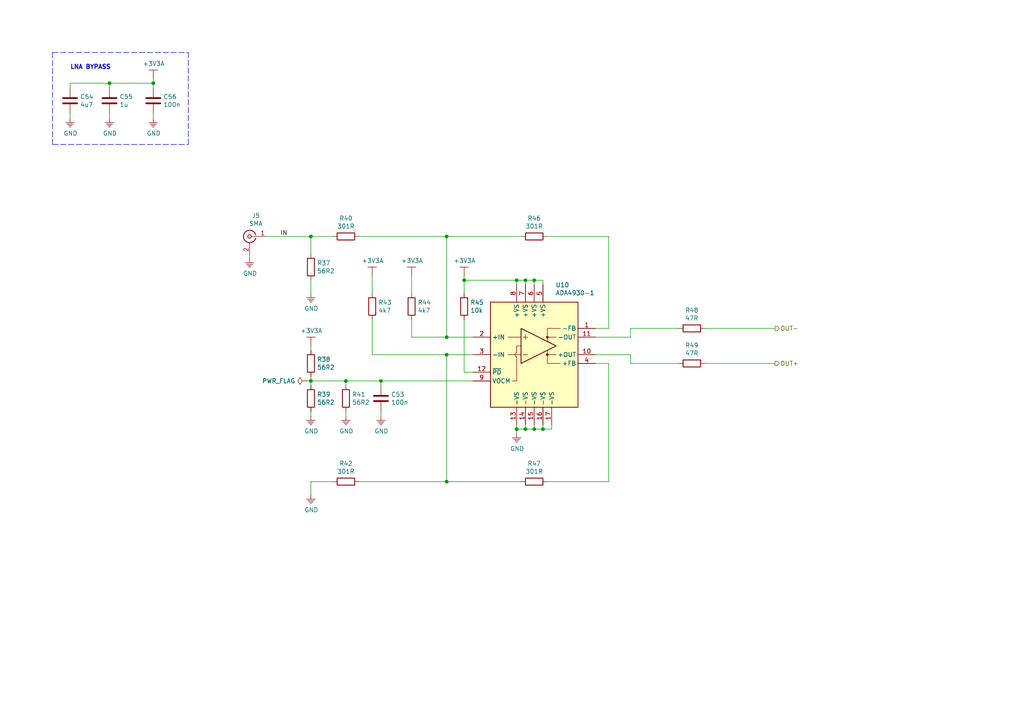
<source format=kicad_sch>
(kicad_sch (version 20200618) (host eeschema "5.99.0-unknown-f420396~101~ubuntu18.04.1")
  (page 1 8)
  (paper "A4")
  (title_block (title "Digitizer 10b 105 MSPS with FPGA") (date "2020-03-09") (rev "1.0") (company "Jan Vykydal") (comment 1 "input 2VPP") (comment 2 "figure 50"))
  (lib_symbols
    (symbol "Connector:Conn_Coaxial" (pin_names hide)
      (property "Reference" "J" (at 0.254 3.048 0))
      (property "Value" "Conn_Coaxial" (at 2.921 0 90))
      (symbol "Conn_Coaxial_0_1"
        (arc (start -1.778 0.508) (end 1.778 0) (radius (at -0.0508 0) (length 1.8034) (angles 163.6 0)) (stroke (width 0.254)))
        (arc (start 1.778 0) (end -1.778 -0.508) (radius (at -0.0254 0) (length 1.8034) (angles 0 -163.8)) (stroke (width 0.254)))
        (circle (center 0 0) (radius 0.508) (stroke (width 0.2032)))
        (polyline (pts (xy -2.54 0) (xy -0.508 0)))
        (polyline (pts (xy 0 -2.54) (xy 0 -1.778)))
      )
      (symbol "Conn_Coaxial_1_1"
        (pin passive line (at -5.08 0 0) (length 2.54) (name "In") (number "1"))
        (pin passive line (at 0 -5.08 90) (length 2.54) (name "Ext") (number "2"))
      )
    )
    (symbol "Device:C" (pin_numbers hide) (pin_names (offset 0.254))
      (property "Reference" "C" (at 0.635 2.54 0))
      (property "Value" "C" (at 0.635 -2.54 0))
      (symbol "C_0_1"
        (polyline (pts (xy -2.032 -0.762) (xy 2.032 -0.762)) (stroke (width 0.508)))
        (polyline (pts (xy -2.032 0.762) (xy 2.032 0.762)) (stroke (width 0.508)))
      )
      (symbol "C_1_1"
        (pin passive line (at 0 3.81 270) (length 2.794) (name "~") (number "1"))
        (pin passive line (at 0 -3.81 90) (length 2.794) (name "~") (number "2"))
      )
    )
    (symbol "Device:R" (pin_numbers hide) (pin_names (offset 0))
      (property "Reference" "R" (at 2.032 0 90))
      (property "Value" "R" (at 0 0 90))
      (symbol "R_0_1"
        (rectangle (start -1.016 -2.54) (end 1.016 2.54) (stroke (width 0.254)))
      )
      (symbol "R_1_1"
        (pin passive line (at 0 3.81 270) (length 1.27) (name "~") (number "1"))
        (pin passive line (at 0 -3.81 90) (length 1.27) (name "~") (number "2"))
      )
    )
    (symbol "KLIB_Amplifier:ADA4930-1" (pin_names (offset 0.508))
      (property "Reference" "U" (at 15.24 -7.62 0))
      (property "Value" "ADA4930-1" (at 20.32 -10.16 0))
      (symbol "ADA4930-1_0_1"
        (arc (start -5.08 0.635) (end -5.08 -0.635) (radius (at -4.9022 0) (length 0.6604) (angles 105.6 -105.6)))
        (circle (center 3.81 0) (radius 0.254) (stroke (width 0.254)) (fill (type outline)))
        (circle (center 3.81 5.08) (radius 0.254) (stroke (width 0.254)) (fill (type outline)))
        (rectangle (start -12.7 15.24) (end 12.7 -15.24) (stroke (width 0.254)) (fill (type background)))
        (polyline (pts (xy -3.81 0) (xy -7.62 0)))
        (polyline (pts (xy -3.81 5.08) (xy -7.62 5.08)))
        (polyline (pts (xy -3.175 0) (xy -1.905 0)))
        (polyline (pts (xy -3.175 5.08) (xy -1.905 5.08)))
        (polyline (pts (xy -2.54 5.715) (xy -2.54 4.445)))
        (polyline (pts (xy 3.81 0) (xy 6.35 0)))
        (polyline (pts (xy 3.81 5.08) (xy 6.35 5.08)))
        (polyline (pts (xy -5.08 -0.635) (xy -5.08 -7.62) (xy -6.35 -7.62)))
        (polyline (pts (xy -3.81 2.54) (xy -5.08 2.54) (xy -5.08 0.635)))
        (polyline (pts (xy 3.81 1.27) (xy 3.81 -2.54) (xy 7.62 -2.54)))
        (polyline (pts (xy 3.81 3.81) (xy 3.81 7.62) (xy 7.62 7.62)))
        (polyline (pts (xy -3.81 -2.54) (xy -3.81 7.62) (xy 6.35 2.54) (xy -3.81 -2.54)) (stroke (width 0.254)))
        (pin power_in line (at 5.08 -20.32 90) (length 5.08) (name "-VS") (number "17"))
      )
      (symbol "ADA4930-1_1_1"
        (pin output line (at 17.78 7.62 180) (length 5.08) (name "-FB") (number "1"))
        (pin output line (at 17.78 0 180) (length 5.08) (name "+OUT") (number "10"))
        (pin output line (at 17.78 5.08 180) (length 5.08) (name "-OUT") (number "11"))
        (pin input line (at -17.78 -5.08 0) (length 5.08) (name "~PD") (number "12"))
        (pin power_in line (at -5.08 -20.32 90) (length 5.08) (name "-VS") (number "13"))
        (pin power_in line (at -2.54 -20.32 90) (length 5.08) (name "-VS") (number "14"))
        (pin power_in line (at 0 -20.32 90) (length 5.08) (name "-VS") (number "15"))
        (pin power_in line (at 2.54 -20.32 90) (length 5.08) (name "-VS") (number "16"))
        (pin input line (at -17.78 5.08 0) (length 5.08) (name "+IN") (number "2"))
        (pin input line (at -17.78 0 0) (length 5.08) (name "-IN") (number "3"))
        (pin output line (at 17.78 -2.54 180) (length 5.08) (name "+FB") (number "4"))
        (pin power_in line (at 2.54 20.32 270) (length 5.08) (name "+VS") (number "5"))
        (pin power_in line (at 0 20.32 270) (length 5.08) (name "+VS") (number "6"))
        (pin power_in line (at -2.54 20.32 270) (length 5.08) (name "+VS") (number "7"))
        (pin power_in line (at -5.08 20.32 270) (length 5.08) (name "+VS") (number "8"))
        (pin power_in line (at -17.78 -7.62 0) (length 5.08) (name "VOCM") (number "9"))
      )
    )
    (symbol "KLIB_Power:+3V3A" (power) (pin_names (offset 0))
      (property "Value" "+3V3A" (at 0 3.81 0))
      (symbol "+3V3A_0_1"
        (polyline (pts (xy -1.27 2.54) (xy 0 2.54)))
        (polyline (pts (xy 0 0) (xy 0 2.54)))
        (polyline (pts (xy 0 2.54) (xy 1.27 2.54)))
      )
      (symbol "+3V3A_1_1"
        (pin power_in line (at 0 0 90) (length 0) hide (name "+3V3A") (number "1"))
      )
    )
    (symbol "KLIB_Power:GND" (power) (pin_names (offset 0))
      (property "Value" "GND" (at 0 -3.556 0))
      (symbol "GND_0_1"
        (polyline (pts (xy -0.9144 -1.7272) (xy 0.9144 -1.7272)))
        (polyline (pts (xy -0.5588 -2.1336) (xy 0.5588 -2.1336)))
        (polyline (pts (xy -0.254 -2.54) (xy 0.254 -2.54)))
        (polyline (pts (xy 0 -1.27) (xy 0 0)))
        (polyline (pts (xy 1.27 -1.27) (xy -1.27 -1.27)))
      )
      (symbol "GND_1_1"
        (pin power_in line (at 0 0 270) (length 0) hide (name "GND") (number "1"))
      )
    )
    (symbol "KLIB_Power:PWR_FLAG" (power) (pin_numbers hide) (pin_names (offset 0) hide)
      (property "Value" "PWR_FLAG" (at 0 3.81 0))
      (symbol "PWR_FLAG_0_1"
        (polyline (pts (xy 0 0) (xy 0 1.27) (xy -1.016 1.905) (xy 0 2.54) (xy 1.016 1.905) (xy 0 1.27)))
      )
      (symbol "PWR_FLAG_0_0"
        (pin power_out line (at 0 0 90) (length 0) (name "pwr") (number "1"))
      )
    )
  )
  (junction (at 31.75 24.13))
  (junction (at 44.45 24.13))
  (junction (at 90.17 68.58))
  (junction (at 90.17 110.49))
  (junction (at 100.33 110.49))
  (junction (at 110.49 110.49))
  (junction (at 129.54 68.58))
  (junction (at 129.54 97.79))
  (junction (at 129.54 102.87))
  (junction (at 129.54 139.7))
  (junction (at 134.62 81.28))
  (junction (at 149.86 81.28))
  (junction (at 149.86 124.46))
  (junction (at 152.4 81.28))
  (junction (at 152.4 124.46))
  (junction (at 154.94 81.28))
  (junction (at 154.94 124.46))
  (junction (at 157.48 124.46))
  (wire (pts (xy 20.32 24.13) (xy 20.32 25.4)))
  (wire (pts (xy 20.32 24.13) (xy 31.75 24.13)))
  (wire (pts (xy 20.32 33.02) (xy 20.32 34.29)))
  (wire (pts (xy 31.75 24.13) (xy 31.75 25.4)))
  (wire (pts (xy 31.75 24.13) (xy 44.45 24.13)))
  (wire (pts (xy 31.75 33.02) (xy 31.75 34.29)))
  (wire (pts (xy 44.45 24.13) (xy 44.45 22.86)))
  (wire (pts (xy 44.45 24.13) (xy 44.45 25.4)))
  (wire (pts (xy 44.45 33.02) (xy 44.45 34.29)))
  (wire (pts (xy 72.39 74.93) (xy 72.39 73.66)))
  (wire (pts (xy 88.9 110.49) (xy 90.17 110.49)))
  (wire (pts (xy 90.17 68.58) (xy 77.47 68.58)))
  (wire (pts (xy 90.17 68.58) (xy 90.17 73.66)))
  (wire (pts (xy 90.17 81.28) (xy 90.17 85.09)))
  (wire (pts (xy 90.17 101.6) (xy 90.17 100.33)))
  (wire (pts (xy 90.17 110.49) (xy 90.17 109.22)))
  (wire (pts (xy 90.17 110.49) (xy 100.33 110.49)))
  (wire (pts (xy 90.17 111.76) (xy 90.17 110.49)))
  (wire (pts (xy 90.17 120.65) (xy 90.17 119.38)))
  (wire (pts (xy 90.17 139.7) (xy 96.52 139.7)))
  (wire (pts (xy 90.17 143.51) (xy 90.17 139.7)))
  (wire (pts (xy 96.52 68.58) (xy 90.17 68.58)))
  (wire (pts (xy 100.33 110.49) (xy 100.33 111.76)))
  (wire (pts (xy 100.33 110.49) (xy 110.49 110.49)))
  (wire (pts (xy 100.33 120.65) (xy 100.33 119.38)))
  (wire (pts (xy 104.14 68.58) (xy 129.54 68.58)))
  (wire (pts (xy 104.14 139.7) (xy 129.54 139.7)))
  (wire (pts (xy 107.95 85.09) (xy 107.95 80.01)))
  (wire (pts (xy 107.95 92.71) (xy 107.95 102.87)))
  (wire (pts (xy 107.95 102.87) (xy 129.54 102.87)))
  (wire (pts (xy 110.49 110.49) (xy 137.16 110.49)))
  (wire (pts (xy 110.49 111.76) (xy 110.49 110.49)))
  (wire (pts (xy 110.49 120.65) (xy 110.49 119.38)))
  (wire (pts (xy 119.38 80.01) (xy 119.38 85.09)))
  (wire (pts (xy 119.38 92.71) (xy 119.38 97.79)))
  (wire (pts (xy 119.38 97.79) (xy 129.54 97.79)))
  (wire (pts (xy 129.54 68.58) (xy 151.13 68.58)))
  (wire (pts (xy 129.54 97.79) (xy 129.54 68.58)))
  (wire (pts (xy 129.54 102.87) (xy 129.54 139.7)))
  (wire (pts (xy 129.54 102.87) (xy 137.16 102.87)))
  (wire (pts (xy 129.54 139.7) (xy 151.13 139.7)))
  (wire (pts (xy 134.62 80.01) (xy 134.62 81.28)))
  (wire (pts (xy 134.62 81.28) (xy 149.86 81.28)))
  (wire (pts (xy 134.62 85.09) (xy 134.62 81.28)))
  (wire (pts (xy 134.62 92.71) (xy 134.62 107.95)))
  (wire (pts (xy 137.16 97.79) (xy 129.54 97.79)))
  (wire (pts (xy 137.16 107.95) (xy 134.62 107.95)))
  (wire (pts (xy 149.86 81.28) (xy 152.4 81.28)))
  (wire (pts (xy 149.86 82.55) (xy 149.86 81.28)))
  (wire (pts (xy 149.86 124.46) (xy 149.86 123.19)))
  (wire (pts (xy 149.86 124.46) (xy 152.4 124.46)))
  (wire (pts (xy 149.86 125.73) (xy 149.86 124.46)))
  (wire (pts (xy 152.4 81.28) (xy 154.94 81.28)))
  (wire (pts (xy 152.4 82.55) (xy 152.4 81.28)))
  (wire (pts (xy 152.4 123.19) (xy 152.4 124.46)))
  (wire (pts (xy 152.4 124.46) (xy 154.94 124.46)))
  (wire (pts (xy 154.94 81.28) (xy 157.48 81.28)))
  (wire (pts (xy 154.94 82.55) (xy 154.94 81.28)))
  (wire (pts (xy 154.94 123.19) (xy 154.94 124.46)))
  (wire (pts (xy 154.94 124.46) (xy 157.48 124.46)))
  (wire (pts (xy 157.48 81.28) (xy 157.48 82.55)))
  (wire (pts (xy 157.48 123.19) (xy 157.48 124.46)))
  (wire (pts (xy 157.48 124.46) (xy 160.02 124.46)))
  (wire (pts (xy 160.02 124.46) (xy 160.02 123.19)))
  (wire (pts (xy 172.72 95.25) (xy 176.53 95.25)))
  (wire (pts (xy 172.72 97.79) (xy 182.88 97.79)))
  (wire (pts (xy 172.72 102.87) (xy 182.88 102.87)))
  (wire (pts (xy 172.72 105.41) (xy 176.53 105.41)))
  (wire (pts (xy 176.53 68.58) (xy 158.75 68.58)))
  (wire (pts (xy 176.53 95.25) (xy 176.53 68.58)))
  (wire (pts (xy 176.53 105.41) (xy 176.53 139.7)))
  (wire (pts (xy 176.53 139.7) (xy 158.75 139.7)))
  (wire (pts (xy 182.88 95.25) (xy 196.85 95.25)))
  (wire (pts (xy 182.88 97.79) (xy 182.88 95.25)))
  (wire (pts (xy 182.88 102.87) (xy 182.88 105.41)))
  (wire (pts (xy 182.88 105.41) (xy 196.85 105.41)))
  (wire (pts (xy 204.47 95.25) (xy 224.79 95.25)))
  (wire (pts (xy 204.47 105.41) (xy 224.79 105.41)))
  (polyline (pts (xy 15.24 15.24) (xy 15.24 41.91)) (stroke (width 0) (type dash)))
  (polyline (pts (xy 15.24 15.24) (xy 54.61 15.24)) (stroke (width 0) (type dash)))
  (polyline (pts (xy 15.24 41.91) (xy 54.61 41.91)) (stroke (width 0) (type dash)))
  (polyline (pts (xy 54.61 41.91) (xy 54.61 15.24)) (stroke (width 0) (type dash)))
  (text "LNA BYPASS" (at 20.32 20.32 0) (effects (font (size 1.27 1.27) (thickness 0.254) bold) (justify left bottom)))
  (label "IN" (at 81.28 68.58 0))
  (hierarchical_label "OUT-" (shape output) (at 224.79 95.25 0))
  (hierarchical_label "OUT+" (shape output) (at 224.79 105.41 0))
  (symbol (lib_id "KLIB_Power:PWR_FLAG") (at 88.9 110.49 90) (unit 1)
    (property "Reference" "#FLG06" (effects hide))
    (property "Value" "PWR_FLAG" (at 85.6742 110.49 90) (effects (justify left)))
  )
  (symbol (lib_id "KLIB_Power:GND") (at 20.32 34.29 0) (unit 1)
    (property "Reference" "#PWR0122" (effects hide))
    (property "Value" "GND" (at 20.447 38.6842 0))
  )
  (symbol (lib_id "KLIB_Power:GND") (at 31.75 34.29 0) (unit 1)
    (property "Reference" "#PWR0123" (effects hide))
    (property "Value" "GND" (at 31.877 38.6842 0))
  )
  (symbol (lib_id "KLIB_Power:+3V3A") (at 44.45 22.86 0) (unit 1)
    (property "Reference" "#PWR0124" (effects hide))
    (property "Value" "+3V3A" (at 44.577 18.4658 0))
  )
  (symbol (lib_id "KLIB_Power:GND") (at 44.45 34.29 0) (unit 1)
    (property "Reference" "#PWR0125" (effects hide))
    (property "Value" "GND" (at 44.577 38.6842 0))
  )
  (symbol (lib_id "KLIB_Power:GND") (at 72.39 74.93 0) (unit 1)
    (property "Reference" "#PWR0111" (effects hide))
    (property "Value" "GND" (at 72.517 79.3242 0))
  )
  (symbol (lib_id "KLIB_Power:GND") (at 90.17 85.09 0) (unit 1)
    (property "Reference" "#PWR0112" (effects hide))
    (property "Value" "GND" (at 90.297 89.4842 0))
  )
  (symbol (lib_id "KLIB_Power:+3V3A") (at 90.17 100.33 0) (unit 1)
    (property "Reference" "#PWR0113" (effects hide))
    (property "Value" "+3V3A" (at 90.297 95.9358 0))
  )
  (symbol (lib_id "KLIB_Power:GND") (at 90.17 120.65 0) (unit 1)
    (property "Reference" "#PWR0114" (effects hide))
    (property "Value" "GND" (at 90.297 125.0442 0))
  )
  (symbol (lib_id "KLIB_Power:GND") (at 90.17 143.51 0) (unit 1)
    (property "Reference" "#PWR0115" (effects hide))
    (property "Value" "GND" (at 90.297 147.9042 0))
  )
  (symbol (lib_id "KLIB_Power:GND") (at 100.33 120.65 0) (unit 1)
    (property "Reference" "#PWR0116" (effects hide))
    (property "Value" "GND" (at 100.457 125.0442 0))
  )
  (symbol (lib_id "KLIB_Power:+3V3A") (at 107.95 80.01 0) (unit 1)
    (property "Reference" "#PWR0117" (effects hide))
    (property "Value" "+3V3A" (at 108.077 75.6158 0))
  )
  (symbol (lib_id "KLIB_Power:GND") (at 110.49 120.65 0) (unit 1)
    (property "Reference" "#PWR0118" (effects hide))
    (property "Value" "GND" (at 110.617 125.0442 0))
  )
  (symbol (lib_id "KLIB_Power:+3V3A") (at 119.38 80.01 0) (unit 1)
    (property "Reference" "#PWR0119" (effects hide))
    (property "Value" "+3V3A" (at 119.507 75.6158 0))
  )
  (symbol (lib_id "KLIB_Power:+3V3A") (at 134.62 80.01 0) (unit 1)
    (property "Reference" "#PWR0120" (effects hide))
    (property "Value" "+3V3A" (at 134.747 75.6158 0))
  )
  (symbol (lib_id "KLIB_Power:GND") (at 149.86 125.73 0) (unit 1)
    (property "Reference" "#PWR0121" (effects hide))
    (property "Value" "GND" (at 149.987 130.1242 0))
  )
  (symbol (lib_id "Device:R") (at 90.17 77.47 0) (unit 1)
    (property "Reference" "R37" (at 91.948 76.3016 0) (effects (justify left)))
    (property "Value" "56R2" (at 91.948 78.613 0) (effects (justify left)))
    (property "Footprint" "Resistor_SMD:R_0603_1608Metric" (effects hide))
  )
  (symbol (lib_id "Device:R") (at 90.17 105.41 0) (unit 1)
    (property "Reference" "R38" (at 91.948 104.2416 0) (effects (justify left)))
    (property "Value" "56R2" (at 91.948 106.553 0) (effects (justify left)))
    (property "Footprint" "Resistor_SMD:R_0603_1608Metric" (effects hide))
  )
  (symbol (lib_id "Device:R") (at 90.17 115.57 0) (unit 1)
    (property "Reference" "R39" (at 91.948 114.4016 0) (effects (justify left)))
    (property "Value" "56R2" (at 91.948 116.713 0) (effects (justify left)))
    (property "Footprint" "Resistor_SMD:R_0603_1608Metric" (effects hide))
  )
  (symbol (lib_id "Device:R") (at 100.33 68.58 270) (unit 1)
    (property "Reference" "R40" (at 100.33 63.3222 90))
    (property "Value" "301R" (at 100.33 65.6336 90))
    (property "Footprint" "Resistor_SMD:R_0603_1608Metric" (effects hide))
  )
  (symbol (lib_id "Device:R") (at 100.33 115.57 0) (unit 1)
    (property "Reference" "R41" (at 102.108 114.4016 0) (effects (justify left)))
    (property "Value" "56R2" (at 102.108 116.713 0) (effects (justify left)))
    (property "Footprint" "Resistor_SMD:R_0603_1608Metric" (effects hide))
  )
  (symbol (lib_id "Device:R") (at 100.33 139.7 270) (unit 1)
    (property "Reference" "R42" (at 100.33 134.4422 90))
    (property "Value" "301R" (at 100.33 136.7536 90))
    (property "Footprint" "Resistor_SMD:R_0603_1608Metric" (effects hide))
  )
  (symbol (lib_id "Device:R") (at 107.95 88.9 0) (unit 1)
    (property "Reference" "R43" (at 109.728 87.7316 0) (effects (justify left)))
    (property "Value" "4k7" (at 109.728 90.043 0) (effects (justify left)))
    (property "Footprint" "Resistor_SMD:R_0603_1608Metric" (effects hide))
  )
  (symbol (lib_id "Device:R") (at 119.38 88.9 0) (unit 1)
    (property "Reference" "R44" (at 121.158 87.7316 0) (effects (justify left)))
    (property "Value" "4k7" (at 121.158 90.043 0) (effects (justify left)))
    (property "Footprint" "Resistor_SMD:R_0603_1608Metric" (effects hide))
  )
  (symbol (lib_id "Device:R") (at 134.62 88.9 0) (unit 1)
    (property "Reference" "R45" (at 136.398 87.7316 0) (effects (justify left)))
    (property "Value" "10k" (at 136.398 90.043 0) (effects (justify left)))
    (property "Footprint" "Resistor_SMD:R_0603_1608Metric" (effects hide))
  )
  (symbol (lib_id "Device:R") (at 154.94 68.58 270) (unit 1)
    (property "Reference" "R46" (at 154.94 63.3222 90))
    (property "Value" "301R" (at 154.94 65.6336 90))
    (property "Footprint" "Resistor_SMD:R_0603_1608Metric" (effects hide))
  )
  (symbol (lib_id "Device:R") (at 154.94 139.7 270) (unit 1)
    (property "Reference" "R47" (at 154.94 134.4422 90))
    (property "Value" "301R" (at 154.94 136.7536 90))
    (property "Footprint" "Resistor_SMD:R_0603_1608Metric" (effects hide))
  )
  (symbol (lib_id "Device:R") (at 200.66 95.25 270) (unit 1)
    (property "Reference" "R48" (at 200.66 89.9922 90))
    (property "Value" "47R" (at 200.66 92.3036 90))
    (property "Footprint" "Resistor_SMD:R_0402_1005Metric" (effects hide))
  )
  (symbol (lib_id "Device:R") (at 200.66 105.41 270) (unit 1)
    (property "Reference" "R49" (at 200.66 100.1522 90))
    (property "Value" "47R" (at 200.66 102.4636 90))
    (property "Footprint" "Resistor_SMD:R_0402_1005Metric" (effects hide))
  )
  (symbol (lib_id "Device:C") (at 20.32 29.21 0) (unit 1)
    (property "Reference" "C54" (at 23.241 28.067 0) (effects (justify left)))
    (property "Value" "4u7" (at 23.241 30.353 0) (effects (justify left)))
    (property "Footprint" "Capacitor_SMD:C_0402_1005Metric" (effects hide))
  )
  (symbol (lib_id "Device:C") (at 31.75 29.21 0) (unit 1)
    (property "Reference" "C55" (at 34.671 28.0416 0) (effects (justify left)))
    (property "Value" "1u" (at 34.671 30.353 0) (effects (justify left)))
    (property "Footprint" "Capacitor_SMD:C_0402_1005Metric" (effects hide))
  )
  (symbol (lib_id "Device:C") (at 44.45 29.21 0) (unit 1)
    (property "Reference" "C56" (at 47.371 28.067 0) (effects (justify left)))
    (property "Value" "100n" (at 47.371 30.353 0) (effects (justify left)))
    (property "Footprint" "Capacitor_SMD:C_0402_1005Metric" (effects hide))
  )
  (symbol (lib_id "Device:C") (at 110.49 115.57 0) (unit 1)
    (property "Reference" "C53" (at 113.411 114.4016 0) (effects (justify left)))
    (property "Value" "100n" (at 113.411 116.713 0) (effects (justify left)))
    (property "Footprint" "Capacitor_SMD:C_0402_1005Metric" (effects hide))
  )
  (symbol (lib_id "Connector:Conn_Coaxial") (at 72.39 68.58 0) (mirror y) (unit 1)
    (property "Reference" "J5" (at 74.2188 62.5348 0))
    (property "Value" "SMA" (at 74.2188 64.8462 0))
    (property "Footprint" "Connector_Coaxial:SMA_Samtec_SMA-J-P-X-ST-EM1_EdgeMount" (effects hide))
    (property "Datasheet" " ~" (effects hide))
  )
  (symbol (lib_id "KLIB_Amplifier:ADA4930-1") (at 154.94 102.87 0) (unit 1)
    (property "Reference" "U10" (at 161.1376 82.6516 0) (effects (justify left)))
    (property "Value" "ADA4930-1" (at 161.1376 84.963 0) (effects (justify left)))
    (property "Footprint" "Package_CSP:LFCSP-16-1EP_3x3mm_P0.5mm_EP1.7x1.7mm" (effects hide))
    (property "Datasheet" "https://www.analog.com/media/en/technical-documentation/data-sheets/ADA4930-1_4930-2.pdf" (effects hide))
  )
)
</source>
